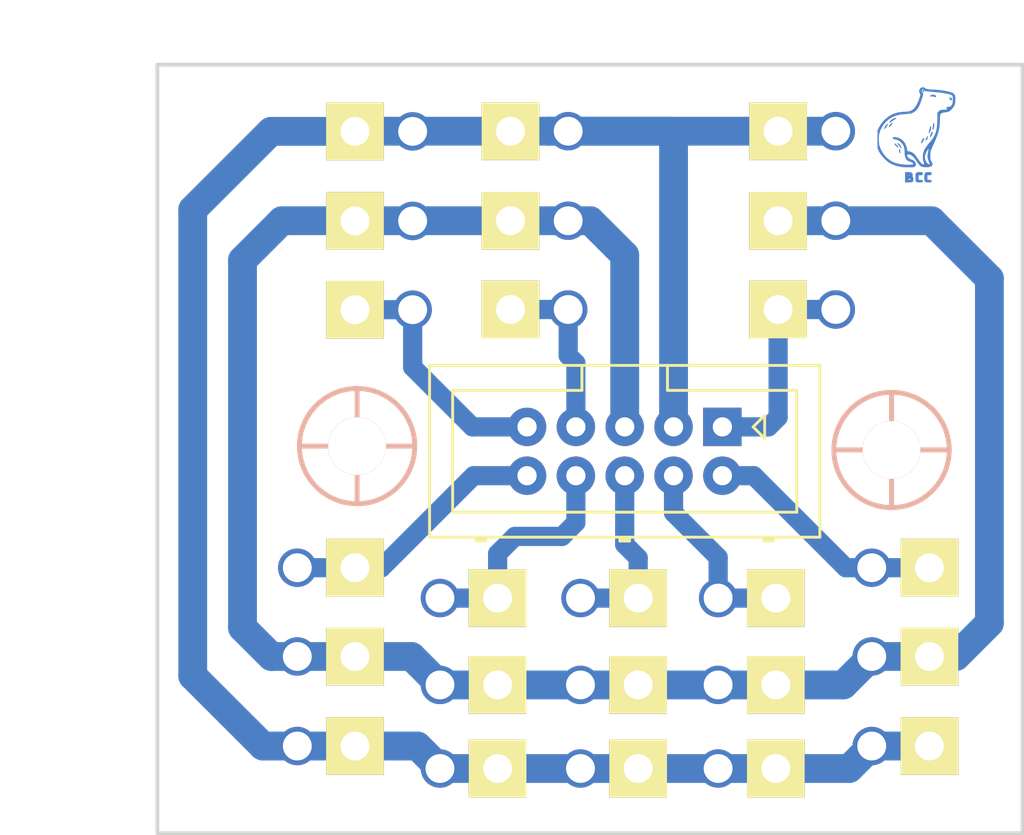
<source format=kicad_pcb>
(kicad_pcb (version 20240108) (generator "pcbnew") (generator_version "8.0")
  (layers (0 "F.Cu" signal) (31 "B.Cu" signal) (34 "B.Paste" user) (35 "F.Paste" user) (36 "B.SilkS" user "B.Silkscreen") (37 "F.SilkS" user "F.Silkscreen") (38 "B.Mask" user) (39 "F.Mask" user) (44 "Edge.Cuts" user))
  (net 0 "")
  (net 1 "/Qre 1")
  (net 2 "/Qre 2")
  (net 3 "/Qre 3")
  (net 4 "/Qsh 5")
  (net 5 "/Qsh 6")
  (net 6 "/Qsh 7")
  (net 7 "/Qsh 8")
  (net 8 "/Qsh 4")
  (net 9 "GND")
  (net 10 "VCC")
  (footprint "EESTN5:Tornillo_M3_8mm" (layer "F.Cu") (at 57.67 37.42)
    (property "Reference" "H2" (hide yes))
    (property "Value" "Mounting_Hole" (hide yes))
    (fp_line (start -3 0) (end 3 0) (stroke (width 0.254)) (layer "B.SilkS"))
    (fp_line (start 0 -3) (end 0 3) (stroke (width 0.254)) (layer "B.SilkS"))
    (fp_circle (center 0 0) (end 3 0) (stroke (width 0.254)) (fill none) (layer "B.SilkS"))
    (fp_line (start -3 0) (end 3 0) (stroke (width 0.254)) (layer "F.SilkS"))
    (fp_line (start 0 -3) (end 0 3) (stroke (width 0.254)) (layer "F.SilkS"))
    (fp_circle (center 0 0) (end 3 0) (stroke (width 0.254)) (fill none) (layer "F.SilkS"))
    (pad "1" thru_hole circle (at 0 0) (size 3 3) (drill 3) (layers "*.Cu" "F.SilkS"))
  )
  (footprint "EESTN5:Cable_Doble_1,5mm_little" (layer "F.Cu") (at 29.76 43.55 90)
    (property "Reference" "J13" (hide yes))
    (property "Value" "Cable_PAD" (hide yes))
    (pad "1" thru_hole circle (at 0 -3 90) (size 2 2) (drill 1.5) (layers "*.Cu" "*.Mask") (net 5 "/Qsh 6"))
    (pad "1" thru_hole circle (at 0 0 90) (size 1.524 1.524) (drill 0.762) (layers "*.Cu" "*.Mask") (net 5 "/Qsh 6"))
    (pad "1" thru_hole rect (at 0 0 90) (size 3 3) (drill 1.5) (layers "*.Cu" "F.SilkS") (net 5 "/Qsh 6"))
  )
  (footprint "EESTN5:Tornillo_M3_8mm" (layer "F.Cu") (at 29.87 37.22)
    (property "Reference" "H1" (hide yes))
    (property "Value" "Mounting_Hole" (hide yes))
    (fp_line (start -3 0) (end 3 0) (stroke (width 0.254)) (layer "B.SilkS"))
    (fp_line (start 0 -3) (end 0 3) (stroke (width 0.254)) (layer "B.SilkS"))
    (fp_circle (center 0 0) (end 3 0) (stroke (width 0.254)) (fill none) (layer "B.SilkS"))
    (fp_line (start -3 0) (end 3 0) (stroke (width 0.254)) (layer "F.SilkS"))
    (fp_line (start 0 -3) (end 0 3) (stroke (width 0.254)) (layer "F.SilkS"))
    (fp_circle (center 0 0) (end 3 0) (stroke (width 0.254)) (fill none) (layer "F.SilkS"))
    (pad "1" thru_hole circle (at 0 0) (size 3 3) (drill 3) (layers "*.Cu" "F.SilkS"))
  )
  (footprint "EESTN5:Cable_Doble_1,5mm_little" (layer "F.Cu") (at 51.77 25.49 -90)
    (property "Reference" "J2" (hide yes))
    (property "Value" "Cable_PAD" (hide yes))
    (pad "1" thru_hole circle (at 0 -3 270) (size 2 2) (drill 1.5) (layers "*.Cu" "*.Mask") (net 9 "GND"))
    (pad "1" thru_hole circle (at 0 0 270) (size 1.524 1.524) (drill 0.762) (layers "*.Cu" "*.Mask") (net 9 "GND"))
    (pad "1" thru_hole rect (at 0 0 270) (size 3 3) (drill 1.5) (layers "*.Cu" "F.SilkS") (net 9 "GND"))
  )
  (footprint "EESTN5:Cable_Doble_1,5mm_little" (layer "F.Cu") (at 29.76 30.12 -90)
    (property "Reference" "J16" (hide yes))
    (property "Value" "Cable_PAD" (hide yes))
    (pad "1" thru_hole circle (at 0 -3 270) (size 2 2) (drill 1.5) (layers "*.Cu" "*.Mask") (net 6 "/Qsh 7"))
    (pad "1" thru_hole circle (at 0 0 270) (size 1.524 1.524) (drill 0.762) (layers "*.Cu" "*.Mask") (net 6 "/Qsh 7"))
    (pad "1" thru_hole rect (at 0 0 270) (size 3 3) (drill 1.5) (layers "*.Cu" "F.SilkS") (net 6 "/Qsh 7"))
  )
  (footprint "EESTN5:Cable_Doble_1,5mm_little" (layer "F.Cu") (at 37.18 45.13 90)
    (property "Reference" "J22" (hide yes))
    (property "Value" "Cable_PAD" (hide yes))
    (pad "1" thru_hole circle (at 0 -3 90) (size 2 2) (drill 1.5) (layers "*.Cu" "*.Mask") (net 4 "/Qsh 5"))
    (pad "1" thru_hole circle (at 0 0 90) (size 1.524 1.524) (drill 0.762) (layers "*.Cu" "*.Mask") (net 4 "/Qsh 5"))
    (pad "1" thru_hole rect (at 0 0 90) (size 3 3) (drill 1.5) (layers "*.Cu" "F.SilkS") (net 4 "/Qsh 5"))
  )
  (footprint "EESTN5:Cable_Doble_1,5mm_little" (layer "F.Cu") (at 37.85 25.49 -90)
    (property "Reference" "J20" (hide yes))
    (property "Value" "Cable_PAD" (hide yes))
    (pad "1" thru_hole circle (at 0 -3 270) (size 2 2) (drill 1.5) (layers "*.Cu" "*.Mask") (net 9 "GND"))
    (pad "1" thru_hole circle (at 0 0 270) (size 1.524 1.524) (drill 0.762) (layers "*.Cu" "*.Mask") (net 9 "GND"))
    (pad "1" thru_hole rect (at 0 0 270) (size 3 3) (drill 1.5) (layers "*.Cu" "F.SilkS") (net 9 "GND"))
  )
  (footprint "EESTN5:Cable_Doble_1,5mm_little" (layer "F.Cu") (at 59.64 52.83 90)
    (property "Reference" "J6" (hide yes))
    (property "Value" "Cable_PAD" (hide yes))
    (pad "1" thru_hole circle (at 0 -3 90) (size 2 2) (drill 1.5) (layers "*.Cu" "*.Mask") (net 10 "VCC"))
    (pad "1" thru_hole circle (at 0 0 90) (size 1.524 1.524) (drill 0.762) (layers "*.Cu" "*.Mask") (net 10 "VCC"))
    (pad "1" thru_hole rect (at 0 0 90) (size 3 3) (drill 1.5) (layers "*.Cu" "F.SilkS") (net 10 "VCC"))
  )
  (footprint "EESTN5:Cable_Doble_1,5mm_little" (layer "F.Cu") (at 44.49 49.65 90)
    (property "Reference" "J11" (hide yes))
    (property "Value" "Cable_PAD" (hide yes))
    (pad "1" thru_hole circle (at 0 -3 90) (size 2 2) (drill 1.5) (layers "*.Cu" "*.Mask") (net 9 "GND"))
    (pad "1" thru_hole circle (at 0 0 90) (size 1.524 1.524) (drill 0.762) (layers "*.Cu" "*.Mask") (net 9 "GND"))
    (pad "1" thru_hole rect (at 0 0 90) (size 3 3) (drill 1.5) (layers "*.Cu" "F.SilkS") (net 9 "GND"))
  )
  (footprint "EESTN5:Cable_Doble_1,5mm_little" (layer "F.Cu") (at 51.65 54 90)
    (property "Reference" "J9" (hide yes))
    (property "Value" "Cable_PAD" (hide yes))
    (pad "1" thru_hole circle (at 0 -3 90) (size 2 2) (drill 1.5) (layers "*.Cu" "*.Mask") (net 10 "VCC"))
    (pad "1" thru_hole circle (at 0 0 90) (size 1.524 1.524) (drill 0.762) (layers "*.Cu" "*.Mask") (net 10 "VCC"))
    (pad "1" thru_hole rect (at 0 0 90) (size 3 3) (drill 1.5) (layers "*.Cu" "F.SilkS") (net 10 "VCC"))
  )
  (footprint "EESTN5:Cable_Doble_1,5mm_little" (layer "F.Cu") (at 37.18 54 90)
    (property "Reference" "J24" (hide yes))
    (property "Value" "Cable_PAD" (hide yes))
    (pad "1" thru_hole circle (at 0 -3 90) (size 2 2) (drill 1.5) (layers "*.Cu" "*.Mask") (net 10 "VCC"))
    (pad "1" thru_hole circle (at 0 0 90) (size 1.524 1.524) (drill 0.762) (layers "*.Cu" "*.Mask") (net 10 "VCC"))
    (pad "1" thru_hole rect (at 0 0 90) (size 3 3) (drill 1.5) (layers "*.Cu" "F.SilkS") (net 10 "VCC"))
  )
  (footprint "EESTN5:Cable_Doble_1,5mm_little" (layer "F.Cu") (at 51.77 30.11 -90)
    (property "Reference" "J1" (hide yes))
    (property "Value" "Cable_PAD" (hide yes))
    (pad "1" thru_hole circle (at 0 -3 270) (size 2 2) (drill 1.5) (layers "*.Cu" "*.Mask") (net 1 "/Qre 1"))
    (pad "1" thru_hole circle (at 0 0 270) (size 1.524 1.524) (drill 0.762) (layers "*.Cu" "*.Mask") (net 1 "/Qre 1"))
    (pad "1" thru_hole rect (at 0 0 270) (size 3 3) (drill 1.5) (layers "*.Cu" "F.SilkS") (net 1 "/Qre 1"))
  )
  (footprint "EESTN5:Cable_Doble_1,5mm_little" (layer "F.Cu") (at 29.76 52.83 90)
    (property "Reference" "J15" (hide yes))
    (property "Value" "Cable_PAD" (hide yes))
    (pad "1" thru_hole circle (at 0 -3 90) (size 2 2) (drill 1.5) (layers "*.Cu" "*.Mask") (net 10 "VCC"))
    (pad "1" thru_hole circle (at 0 0 90) (size 1.524 1.524) (drill 0.762) (layers "*.Cu" "*.Mask") (net 10 "VCC"))
    (pad "1" thru_hole rect (at 0 0 90) (size 3 3) (drill 1.5) (layers "*.Cu" "F.SilkS") (net 10 "VCC"))
  )
  (footprint "EESTN5:Cable_Doble_1,5mm_little" (layer "F.Cu") (at 51.77 20.83 -90)
    (property "Reference" "J3" (hide yes))
    (property "Value" "Cable_PAD" (hide yes))
    (pad "1" thru_hole circle (at 0 -3 270) (size 2 2) (drill 1.5) (layers "*.Cu" "*.Mask") (net 10 "VCC"))
    (pad "1" thru_hole circle (at 0 0 270) (size 1.524 1.524) (drill 0.762) (layers "*.Cu" "*.Mask") (net 10 "VCC"))
    (pad "1" thru_hole rect (at 0 0 270) (size 3 3) (drill 1.5) (layers "*.Cu" "F.SilkS") (net 10 "VCC"))
  )
  (footprint "EESTN5:Cable_Doble_1,5mm_little" (layer "F.Cu") (at 37.85 30.11 -90)
    (property "Reference" "J19" (hide yes))
    (property "Value" "Cable_PAD" (hide yes))
    (pad "1" thru_hole circle (at 0 -3 270) (size 2 2) (drill 1.5) (layers "*.Cu" "*.Mask") (net 7 "/Qsh 8"))
    (pad "1" thru_hole circle (at 0 0 270) (size 1.524 1.524) (drill 0.762) (layers "*.Cu" "*.Mask") (net 7 "/Qsh 8"))
    (pad "1" thru_hole rect (at 0 0 270) (size 3 3) (drill 1.5) (layers "*.Cu" "F.SilkS") (net 7 "/Qsh 8"))
  )
  (footprint "EESTN5:Cable_Doble_1,5mm_little" (layer "F.Cu") (at 51.65 45.13 90)
    (property "Reference" "J7" (hide yes))
    (property "Value" "Cable_PAD" (hide yes))
    (pad "1" thru_hole circle (at 0 -3 90) (size 2 2) (drill 1.5) (layers "*.Cu" "*.Mask") (net 3 "/Qre 3"))
    (pad "1" thru_hole circle (at 0 0 90) (size 1.524 1.524) (drill 0.762) (layers "*.Cu" "*.Mask") (net 3 "/Qre 3"))
    (pad "1" thru_hole rect (at 0 0 90) (size 3 3) (drill 1.5) (layers "*.Cu" "F.SilkS") (net 3 "/Qre 3"))
  )
  (footprint "EEST:bccchikito" (layer "F.Cu") (at 59.05 21.01)
    (property "Reference" "G***" (hide yes))
    (property "Value" "LOGO" (hide yes))
    (fp_poly (pts (xy 0.276642 -2.294633) (xy 0.311264 -2.271772) (xy 0.312532 -2.269847) (xy 0.316867 -2.22953) (xy 0.288654 -2.208749) (xy 0.249298 -2.22308) (xy 0.24886 -2.223514) (xy 0.220381 -2.263281) (xy 0.2164 -2.277614) (xy 0.235981 -2.297311)) (fill solid) (layer "B.Cu"))
    (fp_poly (pts (xy 1.711261 -1.928126) (xy 1.750692 -1.884019) (xy 1.774139 -1.836772) (xy 1.772832 -1.814058) (xy 1.730239 -1.786878) (xy 1.676105 -1.802033) (xy 1.650339 -1.825534) (xy 1.631453 -1.874368) (xy 1.639191 -1.923257) (xy 1.669153 -1.947471) (xy 1.672062 -1.947603)) (fill solid) (layer "B.Cu"))
    (fp_poly (pts (xy -0.964968 0.753952) (xy -0.938134 0.796771) (xy -0.922629 0.859575) (xy -0.920102 0.922492) (xy -0.932196 0.965652) (xy -0.946752 0.973802) (xy -0.968009 0.950866) (xy -0.974172 0.91294) (xy -0.981641 0.837056) (xy -0.992388 0.784452) (xy -1.001436 0.738687) (xy -0.987131 0.737061)) (fill solid) (layer "B.Cu"))
    (fp_poly (pts (xy -1.560597 -0.566239) (xy -1.568707 -0.538969) (xy -1.598988 -0.479593) (xy -1.638829 -0.41109) (xy -1.686058 -0.34058) (xy -1.723217 -0.297832) (xy -1.741102 -0.291683) (xy -1.747137 -0.345844) (xy -1.723528 -0.418161) (xy -1.678847 -0.488498) (xy -1.642278 -0.523832) (xy -1.591031 -0.557215) (xy -1.561808 -0.567112)) (fill solid) (layer "B.Cu"))
    (fp_poly (pts (xy -1.322601 -0.603593) (xy -1.352393 -0.555387) (xy -1.394526 -0.500426) (xy -1.449683 -0.435084) (xy -1.490072 -0.390902) (xy -1.504537 -0.3787) (xy -1.513019 -0.401364) (xy -1.514803 -0.430396) (xy -1.49482 -0.477596) (xy -1.446447 -0.536429) (xy -1.387051 -0.589661) (xy -1.333999 -0.620059) (xy -1.321567 -0.622151)) (fill solid) (layer "B.Cu"))
    (fp_poly (pts (xy -1.176789 0.478751) (xy -1.122689 0.524352) (xy -1.069524 0.580002) (xy -1.033944 0.629052) (xy -1.027902 0.647121) (xy -1.038741 0.672585) (xy -1.073515 0.658089) (xy -1.135613 0.601877) (xy -1.15639 0.580486) (xy -1.216768 0.514066) (xy -1.24083 0.476873) (xy -1.232146 0.461581) (xy -1.215172 0.459851)) (fill solid) (layer "B.Cu"))
    (fp_poly (pts (xy 0.32154 0.189653) (xy 0.308369 0.240409) (xy 0.27012 0.332685) (xy 0.269234 0.334688) (xy 0.228381 0.412688) (xy 0.193136 0.454824) (xy 0.16929 0.456297) (xy 0.1623 0.423313) (xy 0.176238 0.34573) (xy 0.210619 0.264248) (xy 0.254288 0.202518) (xy 0.273345 0.187828) (xy 0.309808 0.174198)) (fill solid) (layer "B.Cu"))
    (fp_poly (pts (xy 0.505283 0.085946) (xy 0.50841 0.103002) (xy 0.502054 0.164279) (xy 0.474268 0.230846) (xy 0.436104 0.281885) (xy 0.405127 0.297551) (xy 0.379305 0.286052) (xy 0.3787 0.282948) (xy 0.390261 0.252413) (xy 0.419609 0.191459) (xy 0.438699 0.154461) (xy 0.474913 0.089496) (xy 0.494819 0.068348)) (fill solid) (layer "B.Cu"))
    (fp_poly (pts (xy 0.754168 -0.140648) (xy 0.752462 -0.087) (xy 0.735685 -0.018313) (xy 0.707816 0.048452) (xy 0.677117 0.092307) (xy 0.638273 0.127149) (xy 0.623832 0.123241) (xy 0.622151 0.101234) (xy 0.632192 0.042402) (xy 0.657068 -0.031212) (xy 0.688913 -0.101524) (xy 0.719857 -0.150454) (xy 0.736827 -0.1623)) (fill solid) (layer "B.Cu"))
    (fp_poly (pts (xy -1.0248 0.45594) (xy -1.006413 0.462577) (xy -0.958309 0.501314) (xy -0.912219 0.568994) (xy -0.879525 0.644228) (xy -0.871611 0.705627) (xy -0.873352 0.712582) (xy -0.890788 0.713107) (xy -0.92021 0.674279) (xy -0.926571 0.662727) (xy -0.976538 0.583513) (xy -1.028327 0.518925) (xy -1.070881 0.46732) (xy -1.069955 0.446968)) (fill solid) (layer "B.Cu"))
    (fp_poly (pts (xy 0.833169 -0.59431) (xy 0.838515 -0.509695) (xy 0.838551 -0.500102) (xy 0.831005 -0.411421) (xy 0.811738 -0.328237) (xy 0.785807 -0.266825) (xy 0.758803 -0.24345) (xy 0.753831 -0.268043) (xy 0.756088 -0.333121) (xy 0.765018 -0.425633) (xy 0.767428 -0.445275) (xy 0.78505 -0.551443) (xy 0.803703 -0.613077) (xy 0.820654 -0.628068)) (fill solid) (layer "B.Cu"))
    (fp_poly (pts (xy 0.66648 -0.448556) (xy 0.675526 -0.395214) (xy 0.676251 -0.364307) (xy 0.666911 -0.279752) (xy 0.643122 -0.193987) (xy 0.61123 -0.123388) (xy 0.577581 -0.084335) (xy 0.566537 -0.08115) (xy 0.548388 -0.09997) (xy 0.556064 -0.128487) (xy 0.573203 -0.181502) (xy 0.593968 -0.264664) (xy 0.60535 -0.317838) (xy 0.628171 -0.407757) (xy 0.649621 -0.452033)) (fill solid) (layer "B.Cu"))
    (fp_poly (pts (xy -1.122342 -0.860662) (xy -1.119686 -0.849035) (xy -1.146802 -0.830198) (xy -1.197377 -0.797802) (xy -1.27352 -0.74837) (xy -1.332108 -0.710063) (xy -1.414307 -0.657063) (xy -1.461326 -0.630167) (xy -1.482646 -0.624951) (xy -1.487751 -0.636991) (xy -1.487753 -0.637454) (xy -1.464109 -0.699481) (xy -1.403382 -0.763967) (xy -1.320877 -0.81988) (xy -1.231902 -0.856183) (xy -1.173485 -0.864011)) (fill solid) (layer "B.Cu"))
    (fp_poly (pts (xy 0.853457 -2.070556) (xy 0.911092 -2.040353) (xy 0.939531 -2.002275) (xy 0.935763 -1.978757) (xy 0.904162 -1.950395) (xy 0.858351 -1.962667) (xy 0.838551 -1.974621) (xy 0.784813 -1.988331) (xy 0.71161 -1.984999) (xy 0.710064 -1.984721) (xy 0.647632 -1.979352) (xy 0.62367 -1.996839) (xy 0.622151 -2.009324) (xy 0.646851 -2.054636) (xy 0.71888 -2.078944) (xy 0.781493 -2.082854)) (fill solid) (layer "B.Cu"))
    (fp_poly (pts (xy 0.187155 1.949315) (xy 0.227658 1.959923) (xy 0.2418 1.987639) (xy 0.24345 2.028754) (xy 0.239177 2.080788) (xy 0.216023 2.10392) (xy 0.158484 2.109777) (xy 0.13525 2.109905) (xy 0.02705 2.109905) (xy 0.02705 2.23163) (xy 0.02705 2.353355) (xy 0.13525 2.353355) (xy 0.204961 2.357046) (xy 0.235946 2.374456) (xy 0.243412 2.415091) (xy 0.24345 2.42098) (xy 0.239395 2.46036) (xy 0.218208 2.480341) (xy 0.166359 2.487286) (xy 0.101437 2.487783) (xy 0.010699 2.482214) (xy -0.062902 2.468928) (xy -0.087913 2.459389) (xy -0.112515 2.435368) (xy -0.12705 2.390833) (xy -0.133838 2.313936) (xy -0.135251 2.217712) (xy -0.131617 2.094732) (xy -0.114917 2.015953) (xy -0.076452 1.971654) (xy -0.007524 1.952114) (xy 0.100565 1.947609) (xy 0.106422 1.947604)) (fill solid) (layer "B.Cu"))
    (fp_poly (pts (xy 0.647005 1.949315) (xy 0.687509 1.959923) (xy 0.701651 1.987639) (xy 0.703301 2.028754) (xy 0.699028 2.080788) (xy 0.675874 2.10392) (xy 0.618335 2.109777) (xy 0.595101 2.109905) (xy 0.486901 2.109905) (xy 0.486901 2.23163) (xy 0.486901 2.353355) (xy 0.595101 2.353355) (xy 0.664812 2.357046) (xy 0.695797 2.374456) (xy 0.703262 2.415091) (xy 0.703301 2.42098) (xy 0.699246 2.46036) (xy 0.678059 2.480341) (xy 0.62621 2.487286) (xy 0.561288 2.487783) (xy 0.47055 2.482214) (xy 0.396949 2.468928) (xy 0.371938 2.459389) (xy 0.347335 2.435368) (xy 0.332801 2.390833) (xy 0.326013 2.313936) (xy 0.3246 2.217712) (xy 0.328234 2.094732) (xy 0.344934 2.015953) (xy 0.383399 1.971654) (xy 0.452327 1.952114) (xy 0.560416 1.947609) (xy 0.566272 1.947604)) (fill solid) (layer "B.Cu"))
    (fp_poly (pts (xy -0.391568 1.957445) (xy -0.314441 1.98862) (xy -0.280982 2.043605) (xy -0.284195 2.110676) (xy -0.287274 2.171568) (xy -0.272085 2.203601) (xy -0.251651 2.242708) (xy -0.244275 2.311214) (xy -0.249609 2.386107) (xy -0.267304 2.444373) (xy -0.275911 2.456145) (xy -0.320503 2.473849) (xy -0.40433 2.485351) (xy -0.492311 2.488605) (xy -0.676252 2.488605) (xy -0.676252 2.326305) (xy -0.513951 2.326305) (xy -0.490802 2.346639) (xy -0.446326 2.353355) (xy -0.395491 2.344095) (xy -0.378701 2.326305) (xy -0.40185 2.305971) (xy -0.446326 2.299255) (xy -0.497162 2.308514) (xy -0.513951 2.326305) (xy -0.676252 2.326305) (xy -0.676252 2.218105) (xy -0.676252 2.130487) (xy -0.502219 2.130487) (xy -0.47563 2.134819) (xy -0.440546 2.129846) (xy -0.440127 2.120612) (xy -0.476331 2.114155) (xy -0.491973 2.118476) (xy -0.502219 2.130487) (xy -0.676252 2.130487) (xy -0.676252 1.947604) (xy -0.515884 1.947604)) (fill solid) (layer "B.Cu"))
    (fp_poly (pts (xy 0.306229 -2.455546) (xy 0.35874 -2.4236) (xy 0.401787 -2.398276) (xy 0.451416 -2.379852) (xy 0.51823 -2.366518) (xy 0.612831 -2.356464) (xy 0.745822 -2.347879) (xy 0.826478 -2.343746) (xy 1.09522 -2.324831) (xy 1.330088 -2.294635) (xy 1.550676 -2.250114) (xy 1.720737 -2.204854) (xy 1.819016 -2.16519) (xy 1.88501 -2.107563) (xy 1.923418 -2.022867) (xy 1.938943 -1.901991) (xy 1.938433 -1.783066) (xy 1.927085 -1.644103) (xy 1.899759 -1.538168) (xy 1.848541 -1.444793) (xy 1.770687 -1.349235) (xy 1.691338 -1.265981) (xy 1.625138 -1.214954) (xy 1.552138 -1.185591) (xy 1.452388 -1.167323) (xy 1.419094 -1.163024) (xy 1.301605 -1.144685) (xy 1.221962 -1.117643) (xy 1.172854 -1.072201) (xy 1.146967 -0.998662) (xy 1.13699 -0.887329) (xy 1.135566 -0.787021) (xy 1.131662 -0.606265) (xy 1.118978 -0.443303) (xy 1.09486 -0.288211) (xy 1.056656 -0.131066) (xy 1.001712 0.038057) (xy 0.927374 0.229081) (xy 0.83099 0.451931) (xy 0.76604 0.595102) (xy 0.708864 0.722411) (xy 0.671358 0.816888) (xy 0.649416 0.894295) (xy 0.638931 0.970397) (xy 0.635797 1.060956) (xy 0.635676 1.095528) (xy 0.63826 1.213156) (xy 0.648224 1.293293) (xy 0.668889 1.352394) (xy 0.696539 1.397254) (xy 0.749574 1.49704) (xy 0.75226 1.577055) (xy 0.704621 1.637254) (xy 0.60668 1.677596) (xy 0.527832 1.691755) (xy 0.365818 1.698684) (xy 0.224216 1.678986) (xy 0.129066 1.641441) (xy 0.091985 1.60634) (xy 0.034424 1.536948) (xy -0.034747 1.444422) (xy -0.085637 1.3714) (xy -0.196443 1.220382) (xy -0.294533 1.115919) (xy -0.385201 1.053556) (xy -0.473743 1.028834) (xy -0.493664 1.028004) (xy -0.552085 1.04248) (xy -0.572174 1.08018) (xy -0.559114 1.132188) (xy -0.51809 1.189585) (xy -0.454287 1.243455) (xy -0.372889 1.284882) (xy -0.338078 1.295593) (xy -0.238575 1.339415) (xy -0.163812 1.407855) (xy -0.119471 1.489452) (xy -0.111237 1.572744) (xy -0.144794 1.646271) (xy -0.157668 1.659386) (xy -0.192368 1.680838) (xy -0.246134 1.693868) (xy -0.330107 1.699905) (xy -0.455433 1.700376) (xy -0.475506 1.700101) (xy -0.600336 1.697402) (xy -0.713195 1.693514) (xy -0.797462 1.689074) (xy -0.825027 1.686695) (xy -1.109505 1.632322) (xy -1.36737 1.53939) (xy -1.379553 1.533686) (xy -1.537514 1.438555) (xy -1.698179 1.306675) (xy -1.846918 1.152543) (xy -1.969102 0.990659) (xy -2.023949 0.895094) (xy -2.109904 0.721711) (xy -2.109904 0.272588) (xy -2.051646 0.272588) (xy -2.022132 0.5162) (xy -1.945317 0.752463) (xy -1.821206 0.974667) (xy -1.694642 1.130664) (xy -1.539073 1.276151) (xy -1.374261 1.388158) (xy -1.191487 1.469893) (xy -0.982036 1.524562) (xy -0.73719 1.555371) (xy -0.513951 1.564934) (xy -0.41016 1.56333) (xy -0.3249 1.556183) (xy -0.274961 1.544983) (xy -0.27224 1.543501) (xy -0.250148 1.509345) (xy -0.275246 1.470978) (xy -0.341522 1.434015) (xy -0.414397 1.410653) (xy -0.530169 1.365359) (xy -0.613583 1.292488) (xy -0.667964 1.186047) (xy -0.696638 1.04004) (xy -0.703302 0.889814) (xy -0.713594 0.72158) (xy -0.748644 0.589282) (xy -0.814714 0.478012) (xy -0.918063 0.372867) (xy -0.921789 0.369665) (xy -1.037631 0.291828) (xy -1.166779 0.25255) (xy -1.172935 0.251542) (xy -1.256934 0.234316) (xy -1.299142 0.212867) (xy -1.311811 0.180499) (xy -1.311928 0.175572) (xy -1.304613 0.142529) (xy -1.273495 0.127599) (xy -1.204811 0.125258) (xy -1.187759 0.125735) (xy -1.024613 0.157517) (xy -0.87034 0.239845) (xy -0.750321 0.34808) (xy -0.67576 0.455333) (xy -0.614531 0.588434) (xy -0.576185 0.723545) (xy -0.568051 0.802887) (xy -0.555779 0.850786) (xy -0.509155 0.865437) (xy -0.499558 0.865602) (xy -0.388024 0.886656) (xy -0.274417 0.941732) (xy -0.195477 1.006549) (xy -0.15375 1.057683) (xy -0.092085 1.140295) (xy -0.020475 1.240797) (xy 0.020923 1.300824) (xy 0.098431 1.410459) (xy 0.156567 1.481017) (xy 0.202928 1.520321) (xy 0.245111 1.536191) (xy 0.250213 1.536888) (xy 0.300309 1.541114) (xy 0.319618 1.530378) (xy 0.311774 1.492584) (xy 0.284025 1.4243) (xy 0.262242 1.343814) (xy 0.247588 1.234791) (xy 0.244313 1.162346) (xy 0.35165 1.162346) (xy 0.365843 1.266997) (xy 0.40322 1.370744) (xy 0.455982 1.460093) (xy 0.516329 1.521547) (xy 0.570999 1.541853) (xy 0.596292 1.537557) (xy 0.601367 1.517085) (xy 0.584827 1.469063) (xy 0.553546 1.399841) (xy 0.500353 1.23829) (xy 0.490289 1.067465) (xy 0.522643 0.87487) (xy 0.523521 0.871467) (xy 0.542533 0.79179) (xy 0.545591 0.755366) (xy 0.532744 0.753765) (xy 0.524175 0.760141) (xy 0.482836 0.813197) (xy 0.436661 0.899495) (xy 0.393908 0.999786) (xy 0.362834 1.094821) (xy 0.35165 1.162346) (xy 0.244313 1.162346) (xy 0.243471 1.143734) (xy 0.259451 0.98075) (xy 0.310137 0.822742) (xy 0.399714 0.660814) (xy 0.532365 0.486073) (xy 0.576978 0.434559) (xy 0.722001 0.256817) (xy 0.831932 0.085814) (xy 0.910774 -0.089995) (xy 0.962529 -0.282158) (xy 0.991199 -0.502219) (xy 1.000788 -0.761725) (xy 1.000852 -0.78821) (xy 1.000852 -1.140263) (xy 1.079921 -1.219333) (xy 1.128982 -1.262783) (xy 1.178262 -1.28661) (xy 1.246439 -1.29656) (xy 1.336897 -1.298402) (xy 1.444879 -1.303672) (xy 1.504299 -1.318925) (xy 1.513338 -1.343328) (xy 1.486325 -1.36691) (xy 1.462559 -1.39832) (xy 1.483843 -1.426691) (xy 1.54131 -1.444538) (xy 1.581434 -1.447177) (xy 1.677572 -1.466843) (xy 1.746075 -1.527795) (xy 1.789083 -1.632973) (xy 1.807018 -1.756904) (xy 1.812747 -1.886317) (xy 1.804052 -1.973737) (xy 1.775577 -2.030506) (xy 1.721961 -2.067967) (xy 1.647436 -2.09465) (xy 1.517346 -2.126304) (xy 1.34646 -2.157498) (xy 1.148063 -2.18636) (xy 0.935439 -2.211014) (xy 0.721875 -2.229588) (xy 0.662726 -2.233505) (xy 0.523533 -2.243693) (xy 0.427459 -2.255628) (xy 0.363524 -2.271524) (xy 0.320749 -2.293593) (xy 0.306315 -2.30536) (xy 0.25553 -2.338259) (xy 0.218403 -2.341067) (xy 0.191746 -2.297528) (xy 0.198339 -2.23771) (xy 0.231992 -2.189338) (xy 0.253674 -2.161987) (xy 0.261877 -2.121338) (xy 0.255174 -2.059927) (xy 0.232135 -1.970288) (xy 0.19133 -1.844956) (xy 0.13657 -1.69088) (xy 0.076962 -1.537276) (xy 0.023142 -1.424401) (xy -0.03119 -1.340252) (xy -0.0726 -1.292319) (xy -0.166479 -1.204846) (xy -0.258598 -1.144524) (xy -0.363354 -1.105775) (xy -0.495142 -1.083019) (xy -0.641086 -1.071984) (xy -0.914476 -1.045162) (xy -1.147601 -0.992428) (xy -1.349523 -0.91008) (xy -1.529307 -0.794421) (xy -1.696016 -0.64175) (xy -1.696536 -0.641201) (xy -1.856302 -0.435269) (xy -1.968738 -0.209855) (xy -2.03385 0.028333) (xy -2.051646 0.272588) (xy -2.109904 0.272588) (xy -2.109904 0.250341) (xy -2.109904 -0.221029) (xy -2.021992 -0.401303) (xy -1.925495 -0.560982) (xy -1.794067 -0.722612) (xy -1.757928 -0.760525) (xy -1.548415 -0.939804) (xy -1.319748 -1.069941) (xy -1.068293 -1.15242) (xy -0.790411 -1.188729) (xy -0.704381 -1.190834) (xy -0.526829 -1.202807) (xy -0.380312 -1.241176) (xy -0.258594 -1.311213) (xy -0.155436 -1.418192) (xy -0.064599 -1.567386) (xy 0.020154 -1.764069) (xy 0.041002 -1.820938) (xy 0.08311 -1.941609) (xy 0.107848 -2.02291) (xy 0.117078 -2.07604) (xy 0.112666 -2.112194) (xy 0.096477 -2.14257) (xy 0.094932 -2.144795) (xy 0.055487 -2.24025) (xy 0.062892 -2.334015) (xy 0.113054 -2.412313) (xy 0.187655 -2.45691) (xy 0.250105 -2.470386)) (fill solid) (layer "B.Cu"))
  )
  (footprint "EESTN5:Cable_Doble_1,5mm_little" (layer "F.Cu") (at 29.76 20.84 -90)
    (property "Reference" "J18" (hide yes))
    (property "Value" "Cable_PAD" (hide yes))
    (pad "1" thru_hole circle (at 0 -3 270) (size 2 2) (drill 1.5) (layers "*.Cu" "*.Mask") (net 10 "VCC"))
    (pad "1" thru_hole circle (at 0 0 270) (size 1.524 1.524) (drill 0.762) (layers "*.Cu" "*.Mask") (net 10 "VCC"))
    (pad "1" thru_hole rect (at 0 0 270) (size 3 3) (drill 1.5) (layers "*.Cu" "F.SilkS") (net 10 "VCC"))
  )
  (footprint "EESTN5:Cable_Doble_1,5mm_little" (layer "F.Cu") (at 44.49 45.13 90)
    (property "Reference" "J10" (hide yes))
    (property "Value" "Cable_PAD" (hide yes))
    (pad "1" thru_hole circle (at 0 -3 90) (size 2 2) (drill 1.5) (layers "*.Cu" "*.Mask") (net 8 "/Qsh 4"))
    (pad "1" thru_hole circle (at 0 0 90) (size 1.524 1.524) (drill 0.762) (layers "*.Cu" "*.Mask") (net 8 "/Qsh 4"))
    (pad "1" thru_hole rect (at 0 0 90) (size 3 3) (drill 1.5) (layers "*.Cu" "F.SilkS") (net 8 "/Qsh 4"))
  )
  (footprint "EESTN5:Cable_Doble_1,5mm_little" (layer "F.Cu") (at 59.64 43.55 90)
    (property "Reference" "J4" (hide yes))
    (property "Value" "Cable_PAD" (hide yes))
    (pad "1" thru_hole circle (at 0 -3 90) (size 2 2) (drill 1.5) (layers "*.Cu" "*.Mask") (net 2 "/Qre 2"))
    (pad "1" thru_hole circle (at 0 0 90) (size 1.524 1.524) (drill 0.762) (layers "*.Cu" "*.Mask") (net 2 "/Qre 2"))
    (pad "1" thru_hole rect (at 0 0 90) (size 3 3) (drill 1.5) (layers "*.Cu" "F.SilkS") (net 2 "/Qre 2"))
  )
  (footprint "EESTN5:Cable_Doble_1,5mm_little" (layer "F.Cu") (at 44.49 54 90)
    (property "Reference" "J12" (hide yes))
    (property "Value" "Cable_PAD" (hide yes))
    (pad "1" thru_hole circle (at 0 -3 90) (size 2 2) (drill 1.5) (layers "*.Cu" "*.Mask") (net 10 "VCC"))
    (pad "1" thru_hole circle (at 0 0 90) (size 1.524 1.524) (drill 0.762) (layers "*.Cu" "*.Mask") (net 10 "VCC"))
    (pad "1" thru_hole rect (at 0 0 90) (size 3 3) (drill 1.5) (layers "*.Cu" "F.SilkS") (net 10 "VCC"))
  )
  (footprint "EESTN5:Header_2x05x2.54mm_Vertical" (layer "F.Cu") (at 43.79 37.49 180)
    (property "Reference" "P1" (at -8.08 -7.64 180) (layer "F.SilkS"))
    (property "Value" "CONN_02X05")
    (fp_line (start 10.15 4.47) (end -10.15 4.47) (stroke (width 0.15)) (layer "F.SilkS"))
    (fp_line (start 10.15 -4.47) (end 10.15 4.47) (stroke (width 0.15)) (layer "F.SilkS"))
    (fp_line (start 8.95 3.17) (end 2.225 3.17) (stroke (width 0.15)) (layer "F.SilkS"))
    (fp_line (start 8.95 -3.17) (end 8.95 3.17) (stroke (width 0.15)) (layer "F.SilkS"))
    (fp_line (start 7.73 -4.67) (end 7.73 -4.47) (stroke (width 0.15)) (layer "F.SilkS"))
    (fp_line (start 7.23 -4.47) (end 7.23 -4.67) (stroke (width 0.15)) (layer "F.SilkS"))
    (fp_line (start 7.23 -4.57) (end 7.73 -4.57) (stroke (width 0.15)) (layer "F.SilkS"))
    (fp_line (start 7.23 -4.67) (end 7.73 -4.67) (stroke (width 0.15)) (layer "F.SilkS"))
    (fp_line (start 2.225 3.17) (end 2.225 4.47) (stroke (width 0.15)) (layer "F.SilkS"))
    (fp_line (start 0.25 -4.67) (end 0.25 -4.47) (stroke (width 0.15)) (layer "F.SilkS"))
    (fp_line (start -0.25 -4.47) (end -0.25 -4.67) (stroke (width 0.15)) (layer "F.SilkS"))
    (fp_line (start -0.25 -4.57) (end 0.25 -4.57) (stroke (width 0.15)) (layer "F.SilkS"))
    (fp_line (start -0.25 -4.67) (end 0.25 -4.67) (stroke (width 0.15)) (layer "F.SilkS"))
    (fp_line (start -2.225 4.47) (end -2.225 3.17) (stroke (width 0.15)) (layer "F.SilkS"))
    (fp_line (start -2.225 3.17) (end -8.95 3.17) (stroke (width 0.15)) (layer "F.SilkS"))
    (fp_line (start -6.68 1.27) (end -7.28 1.87) (stroke (width 0.15)) (layer "F.SilkS"))
    (fp_line (start -7.23 -4.67) (end -7.23 -4.47) (stroke (width 0.15)) (layer "F.SilkS"))
    (fp_line (start -7.28 1.87) (end -7.28 0.67) (stroke (width 0.15)) (layer "F.SilkS"))
    (fp_line (start -7.28 0.67) (end -6.68 1.27) (stroke (width 0.15)) (layer "F.SilkS"))
    (fp_line (start -7.73 -4.47) (end -7.73 -4.67) (stroke (width 0.15)) (layer "F.SilkS"))
    (fp_line (start -7.73 -4.57) (end -7.23 -4.57) (stroke (width 0.15)) (layer "F.SilkS"))
    (fp_line (start -7.73 -4.67) (end -7.23 -4.67) (stroke (width 0.15)) (layer "F.SilkS"))
    (fp_line (start -8.95 3.17) (end -8.95 -3.17) (stroke (width 0.15)) (layer "F.SilkS"))
    (fp_line (start -8.95 -3.17) (end 8.95 -3.17) (stroke (width 0.15)) (layer "F.SilkS"))
    (fp_line (start -10.15 4.47) (end -10.15 -4.47) (stroke (width 0.15)) (layer "F.SilkS"))
    (fp_line (start -10.15 -4.47) (end 10.15 -4.47) (stroke (width 0.15)) (layer "F.SilkS"))
    (pad "1" thru_hole rect (at -5.08 1.27 180) (size 2 2) (drill 1) (layers "*.Cu" "*.Mask") (net 1 "/Qre 1"))
    (pad "2" thru_hole circle (at -5.08 -1.27 180) (size 2 2) (drill 1) (layers "*.Cu" "*.Mask") (net 2 "/Qre 2"))
    (pad "3" thru_hole circle (at -2.54 1.27 180) (size 2 2) (drill 1) (layers "*.Cu" "*.Mask") (net 10 "VCC"))
    (pad "4" thru_hole circle (at -2.54 -1.27 180) (size 2 2) (drill 1) (layers "*.Cu" "*.Mask") (net 3 "/Qre 3"))
    (pad "5" thru_hole circle (at 0 1.27 180) (size 2 2) (drill 1) (layers "*.Cu" "*.Mask") (net 9 "GND"))
    (pad "6" thru_hole circle (at 0 -1.27 180) (size 2 2) (drill 1) (layers "*.Cu" "*.Mask") (net 8 "/Qsh 4"))
    (pad "7" thru_hole circle (at 2.54 1.27 180) (size 2 2) (drill 1) (layers "*.Cu" "*.Mask") (net 7 "/Qsh 8"))
    (pad "8" thru_hole circle (at 2.54 -1.27 180) (size 2 2) (drill 1) (layers "*.Cu" "*.Mask") (net 4 "/Qsh 5"))
    (pad "9" thru_hole circle (at 5.08 1.27 180) (size 2 2) (drill 1) (layers "*.Cu" "*.Mask") (net 6 "/Qsh 7"))
    (pad "10" thru_hole circle (at 5.08 -1.27 180) (size 2 2) (drill 1) (layers "*.Cu" "*.Mask") (net 5 "/Qsh 6"))
  )
  (footprint "EESTN5:Cable_Doble_1,5mm_little" (layer "F.Cu") (at 37.18 49.65 90)
    (property "Reference" "J23" (hide yes))
    (property "Value" "Cable_PAD" (hide yes))
    (pad "1" thru_hole circle (at 0 -3 90) (size 2 2) (drill 1.5) (layers "*.Cu" "*.Mask") (net 9 "GND"))
    (pad "1" thru_hole circle (at 0 0 90) (size 1.524 1.524) (drill 0.762) (layers "*.Cu" "*.Mask") (net 9 "GND"))
    (pad "1" thru_hole rect (at 0 0 90) (size 3 3) (drill 1.5) (layers "*.Cu" "F.SilkS") (net 9 "GND"))
  )
  (footprint "EESTN5:Cable_Doble_1,5mm_little" (layer "F.Cu") (at 51.65 49.65 90)
    (property "Reference" "J8" (hide yes))
    (property "Value" "Cable_PAD" (hide yes))
    (pad "1" thru_hole circle (at 0 -3 90) (size 2 2) (drill 1.5) (layers "*.Cu" "*.Mask") (net 9 "GND"))
    (pad "1" thru_hole circle (at 0 0 90) (size 1.524 1.524) (drill 0.762) (layers "*.Cu" "*.Mask") (net 9 "GND"))
    (pad "1" thru_hole rect (at 0 0 90) (size 3 3) (drill 1.5) (layers "*.Cu" "F.SilkS") (net 9 "GND"))
  )
  (footprint "EESTN5:Cable_Doble_1,5mm_little" (layer "F.Cu") (at 59.64 48.17 90)
    (property "Reference" "J5" (hide yes))
    (property "Value" "Cable_PAD" (hide yes))
    (pad "1" thru_hole circle (at 0 -3 90) (size 2 2) (drill 1.5) (layers "*.Cu" "*.Mask") (net 9 "GND"))
    (pad "1" thru_hole circle (at 0 0 90) (size 1.524 1.524) (drill 0.762) (layers "*.Cu" "*.Mask") (net 9 "GND"))
    (pad "1" thru_hole rect (at 0 0 90) (size 3 3) (drill 1.5) (layers "*.Cu" "F.SilkS") (net 9 "GND"))
  )
  (footprint "EESTN5:Cable_Doble_1,5mm_little" (layer "F.Cu") (at 37.85 20.83 -90)
    (property "Reference" "J21" (hide yes))
    (property "Value" "Cable_PAD" (hide yes))
    (pad "1" thru_hole circle (at 0 -3 270) (size 2 2) (drill 1.5) (layers "*.Cu" "*.Mask") (net 10 "VCC"))
    (pad "1" thru_hole circle (at 0 0 270) (size 1.524 1.524) (drill 0.762) (layers "*.Cu" "*.Mask") (net 10 "VCC"))
    (pad "1" thru_hole rect (at 0 0 270) (size 3 3) (drill 1.5) (layers "*.Cu" "F.SilkS") (net 10 "VCC"))
  )
  (footprint "EESTN5:Cable_Doble_1,5mm_little" (layer "F.Cu") (at 29.76 48.17 90)
    (property "Reference" "J14" (hide yes))
    (property "Value" "Cable_PAD" (hide yes))
    (pad "1" thru_hole circle (at 0 -3 90) (size 2 2) (drill 1.5) (layers "*.Cu" "*.Mask") (net 9 "GND"))
    (pad "1" thru_hole circle (at 0 0 90) (size 1.524 1.524) (drill 0.762) (layers "*.Cu" "*.Mask") (net 9 "GND"))
    (pad "1" thru_hole rect (at 0 0 90) (size 3 3) (drill 1.5) (layers "*.Cu" "F.SilkS") (net 9 "GND"))
  )
  (footprint "EESTN5:Cable_Doble_1,5mm_little" (layer "F.Cu") (at 29.76 25.5 -90)
    (property "Reference" "J17" (hide yes))
    (property "Value" "Cable_PAD" (hide yes))
    (pad "1" thru_hole circle (at 0 -3 270) (size 2 2) (drill 1.5) (layers "*.Cu" "*.Mask") (net 9 "GND"))
    (pad "1" thru_hole circle (at 0 0 270) (size 1.524 1.524) (drill 0.762) (layers "*.Cu" "*.Mask") (net 9 "GND"))
    (pad "1" thru_hole rect (at 0 0 270) (size 3 3) (drill 1.5) (layers "*.Cu" "F.SilkS") (net 9 "GND"))
  )
  (gr_line (start 64.48 17.37) (end 64.48 57.37) (stroke (width 0.2)) (layer "Edge.Cuts"))
  (gr_line (start 19.48 17.37) (end 19.48 57.37) (stroke (width 0.2)) (layer "Edge.Cuts"))
  (gr_line (start 19.48 17.37) (end 64.48 17.37) (stroke (width 0.2)) (layer "Edge.Cuts"))
  (gr_line (start 19.48 57.37) (end 64.48 57.37) (stroke (width 0.2)) (layer "Edge.Cuts"))
  (segment (start 48.47 36.22) (end 48.87 36.22) (width 1) (layer "B.Cu") (net 1))
  (segment (start 54.77 30.11) (end 51.77 30.11) (width 1) (layer "B.Cu") (net 1))
  (segment (start 48.87 36.22) (end 51.27 36.22) (width 1) (layer "B.Cu") (net 1))
  (segment (start 51.27 36.22) (end 51.77 35.72) (width 1) (layer "B.Cu") (net 1))
  (segment (start 51.77 30.11) (end 51.77 35.72) (width 1) (layer "B.Cu") (net 1))
  (segment (start 56.64 43.55) (end 55.29 43.55) (width 1) (layer "B.Cu") (net 2))
  (segment (start 55.29 43.55) (end 50.5 38.76) (width 1) (layer "B.Cu") (net 2))
  (segment (start 50.5 38.76) (end 48.87 38.76) (width 1) (layer "B.Cu") (net 2))
  (segment (start 56.64 43.55) (end 59.64 43.55) (width 1) (layer "B.Cu") (net 2))
  (segment (start 48.65 43.01) (end 46.33 40.69) (width 1) (layer "B.Cu") (net 3))
  (segment (start 48.65 45.13) (end 51.65 45.13) (width 1) (layer "B.Cu") (net 3))
  (segment (start 46.33 40.69) (end 46.33 38.76) (width 1) (layer "B.Cu") (net 3))
  (segment (start 48.65 45.13) (end 48.65 43.01) (width 1) (layer "B.Cu") (net 3))
  (segment (start 40.53 41.92) (end 38.08 41.92) (width 1) (layer "B.Cu") (net 4))
  (segment (start 41.25 38.76) (end 41.25 41.2) (width 1) (layer "B.Cu") (net 4))
  (segment (start 38.08 41.92) (end 37.18 42.82) (width 1) (layer "B.Cu") (net 4))
  (segment (start 41.25 41.2) (end 40.53 41.92) (width 1) (layer "B.Cu") (net 4))
  (segment (start 34.18 45.13) (end 37.18 45.13) (width 1) (layer "B.Cu") (net 4))
  (segment (start 37.18 42.82) (end 37.18 45.13) (width 1) (layer "B.Cu") (net 4))
  (segment (start 26.76 43.55) (end 29.76 43.55) (width 1) (layer "B.Cu") (net 5))
  (segment (start 29.76 43.55) (end 31.14 43.55) (width 1) (layer "B.Cu") (net 5))
  (segment (start 31.14 43.55) (end 35.93 38.76) (width 1) (layer "B.Cu") (net 5))
  (segment (start 35.93 38.76) (end 38.71 38.76) (width 1) (layer "B.Cu") (net 5))
  (segment (start 35.87 36.22) (end 38.71 36.22) (width 1) (layer "B.Cu") (net 6))
  (segment (start 32.76 30.12) (end 32.76 33.11) (width 1) (layer "B.Cu") (net 6))
  (segment (start 38.67 36.18) (end 38.71 36.22) (width 1) (layer "B.Cu") (net 6))
  (segment (start 32.76 33.11) (end 35.87 36.22) (width 1) (layer "B.Cu") (net 6))
  (segment (start 29.76 30.12) (end 32.76 30.12) (width 1) (layer "B.Cu") (net 6))
  (segment (start 41.25 32.9) (end 40.85 32.5) (width 1) (layer "B.Cu") (net 7))
  (segment (start 37.85 30.11) (end 40.85 30.11) (width 1) (layer "B.Cu") (net 7))
  (segment (start 41.25 32.9) (end 41.25 36.22) (width 1) (layer "B.Cu") (net 7))
  (segment (start 40.85 32.5) (end 40.85 30.11) (width 1) (layer "B.Cu") (net 7))
  (segment (start 43.79 42.34) (end 43.79 38.76) (width 1) (layer "B.Cu") (net 8))
  (segment (start 43.79 38.76) (end 43.39 38.76) (width 1) (layer "B.Cu") (net 8))
  (segment (start 44.49 45.13) (end 44.49 43.04) (width 1) (layer "B.Cu") (net 8))
  (segment (start 41.49 45.13) (end 44.49 45.13) (width 1) (layer "B.Cu") (net 8))
  (segment (start 44.49 43.04) (end 43.79 42.34) (width 1) (layer "B.Cu") (net 8))
  (segment (start 43.79 36.08) (end 43.79 27.28) (width 1.5) (layer "B.Cu") (net 9))
  (segment (start 43.79 27.28) (end 42 25.49) (width 1.5) (layer "B.Cu") (net 9))
  (segment (start 25.96 25.49) (end 23.91 27.54) (width 1.5) (layer "B.Cu") (net 9))
  (segment (start 62.76 28.5) (end 59.75 25.49) (width 1.5) (layer "B.Cu") (net 9))
  (segment (start 34.18 49.65) (end 55.16 49.65) (width 1.5) (layer "B.Cu") (net 9))
  (segment (start 59.64 48.17) (end 61.02 48.17) (width 1.5) (layer "B.Cu") (net 9))
  (segment (start 59.75 25.49) (end 51.77 25.49) (width 1.5) (layer "B.Cu") (net 9))
  (segment (start 32.7 48.17) (end 34.18 49.65) (width 1.5) (layer "B.Cu") (net 9))
  (segment (start 23.91 27.54) (end 23.91 46.67) (width 1.5) (layer "B.Cu") (net 9))
  (segment (start 42 25.49) (end 40.85 25.49) (width 1.5) (layer "B.Cu") (net 9))
  (segment (start 40.85 25.49) (end 25.96 25.49) (width 1.5) (layer "B.Cu") (net 9))
  (segment (start 23.91 46.67) (end 25.41 48.17) (width 1.5) (layer "B.Cu") (net 9))
  (segment (start 29.76 48.17) (end 32.7 48.17) (width 1.5) (layer "B.Cu") (net 9))
  (segment (start 62.76 46.43) (end 62.76 28.5) (width 1.5) (layer "B.Cu") (net 9))
  (segment (start 61.02 48.17) (end 62.76 46.43) (width 1.5) (layer "B.Cu") (net 9))
  (segment (start 25.41 48.17) (end 29.76 48.17) (width 1.5) (layer "B.Cu") (net 9))
  (segment (start 56.64 48.17) (end 59.64 48.17) (width 1.5) (layer "B.Cu") (net 9))
  (segment (start 55.16 49.65) (end 56.64 48.17) (width 1.5) (layer "B.Cu") (net 9))
  (segment (start 29.77 20.83) (end 29.76 20.84) (width 1.5) (layer "B.Cu") (net 10))
  (segment (start 33.01 52.83) (end 34.18 54) (width 1.5) (layer "B.Cu") (net 10))
  (segment (start 39.83 20.83) (end 29.77 20.83) (width 1.5) (layer "B.Cu") (net 10))
  (segment (start 26.76 52.83) (end 33.01 52.83) (width 1.5) (layer "B.Cu") (net 10))
  (segment (start 46.33 21.03) (end 46.13 20.83) (width 1.5) (layer "B.Cu") (net 10))
  (segment (start 46.13 20.83) (end 40.85 20.83) (width 1.5) (layer "B.Cu") (net 10))
  (segment (start 51.77 20.83) (end 39.83 20.83) (width 1.5) (layer "B.Cu") (net 10))
  (segment (start 54.77 20.83) (end 51.77 20.83) (width 1.5) (layer "B.Cu") (net 10))
  (segment (start 40.85 20.83) (end 39.83 20.83) (width 1.5) (layer "B.Cu") (net 10))
  (segment (start 55.47 54) (end 56.64 52.83) (width 1.5) (layer "B.Cu") (net 10))
  (segment (start 21.32 24.91) (end 21.32 49.18) (width 1.5) (layer "B.Cu") (net 10))
  (segment (start 21.32 49.18) (end 24.97 52.83) (width 1.5) (layer "B.Cu") (net 10))
  (segment (start 56.64 52.83) (end 59.64 52.83) (width 1.5) (layer "B.Cu") (net 10))
  (segment (start 24.97 52.83) (end 26.76 52.83) (width 1.5) (layer "B.Cu") (net 10))
  (segment (start 34.18 54) (end 55.47 54) (width 1.5) (layer "B.Cu") (net 10))
  (segment (start 29.76 20.84) (end 25.39 20.84) (width 1.5) (layer "B.Cu") (net 10))
  (segment (start 25.39 20.84) (end 21.32 24.91) (width 1.5) (layer "B.Cu") (net 10))
  (segment (start 46.33 36.22) (end 46.33 21.03) (width 1.5) (layer "B.Cu") (net 10))
)
</source>
